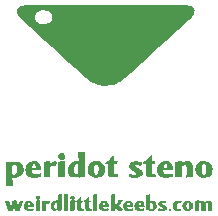
<source format=gto>
%TF.GenerationSoftware,KiCad,Pcbnew,(6.0.9)*%
%TF.CreationDate,2023-02-22T02:08:21+05:30*%
%TF.ProjectId,Peridot Steno,50657269-646f-4742-9053-74656e6f2e6b,rev?*%
%TF.SameCoordinates,Original*%
%TF.FileFunction,Legend,Top*%
%TF.FilePolarity,Positive*%
%FSLAX46Y46*%
G04 Gerber Fmt 4.6, Leading zero omitted, Abs format (unit mm)*
G04 Created by KiCad (PCBNEW (6.0.9)) date 2023-02-22 02:08:21*
%MOMM*%
%LPD*%
G01*
G04 APERTURE LIST*
%ADD10C,2.700000*%
G04 APERTURE END LIST*
%TO.C,G\u002A\u002A\u002A*%
G36*
X145255695Y-112778640D02*
G01*
X145348799Y-112693120D01*
X145436353Y-112652332D01*
X145601271Y-112625487D01*
X145740650Y-112642455D01*
X145852527Y-112701976D01*
X145934938Y-112802790D01*
X145985919Y-112943639D01*
X145997219Y-113012137D01*
X146012249Y-113139041D01*
X145752109Y-113139041D01*
X145628157Y-113140363D01*
X145548624Y-113146347D01*
X145506639Y-113160020D01*
X145495335Y-113184409D01*
X145507843Y-113222539D01*
X145517928Y-113242231D01*
X145572500Y-113293433D01*
X145660732Y-113320366D01*
X145770483Y-113321898D01*
X145889613Y-113296896D01*
X145932981Y-113280964D01*
X145964063Y-113279044D01*
X145983702Y-113312446D01*
X145993788Y-113356173D01*
X146001006Y-113421473D01*
X145996392Y-113462996D01*
X145994070Y-113466503D01*
X145958305Y-113477267D01*
X145884625Y-113484777D01*
X145786328Y-113488986D01*
X145676711Y-113489846D01*
X145569071Y-113487309D01*
X145476708Y-113481327D01*
X145412917Y-113471852D01*
X145402172Y-113468635D01*
X145286263Y-113403859D01*
X145205076Y-113305637D01*
X145154901Y-113169180D01*
X145149217Y-113141981D01*
X145148189Y-113016225D01*
X145173704Y-112932102D01*
X145491970Y-112932102D01*
X145500029Y-112966664D01*
X145533318Y-112981965D01*
X145594596Y-112985101D01*
X145661521Y-112980939D01*
X145691148Y-112963748D01*
X145697222Y-112932102D01*
X145681706Y-112853748D01*
X145641916Y-112798098D01*
X145594596Y-112779849D01*
X145541782Y-112802868D01*
X145504270Y-112861900D01*
X145491970Y-112932102D01*
X145173704Y-112932102D01*
X145186254Y-112890727D01*
X145255695Y-112778640D01*
G37*
G36*
X137153586Y-112956238D02*
G01*
X137154728Y-113093527D01*
X137157854Y-113218777D01*
X137162516Y-113319784D01*
X137168265Y-113384348D01*
X137169621Y-113392399D01*
X137185657Y-113472576D01*
X136805002Y-113472576D01*
X136806112Y-113051607D01*
X136807222Y-112630637D01*
X136897020Y-112615727D01*
X136986994Y-112604935D01*
X137070202Y-112600535D01*
X137153586Y-112600253D01*
X137153586Y-112956238D01*
G37*
G36*
X135136977Y-112629650D02*
G01*
X135163752Y-112674418D01*
X135189409Y-112735724D01*
X135221939Y-112829782D01*
X135255599Y-112939601D01*
X135266598Y-112978669D01*
X135293380Y-113071851D01*
X135314664Y-113137561D01*
X135327506Y-113167148D01*
X135329912Y-113164697D01*
X135336180Y-113123899D01*
X135351573Y-113046483D01*
X135373372Y-112945760D01*
X135386268Y-112888889D01*
X135440922Y-112651566D01*
X135578870Y-112651566D01*
X135669297Y-112656810D01*
X135711723Y-112672895D01*
X135715765Y-112683637D01*
X135707329Y-112717847D01*
X135684727Y-112791393D01*
X135650882Y-112895229D01*
X135608717Y-113020307D01*
X135581068Y-113100556D01*
X135447424Y-113485404D01*
X135253968Y-113492801D01*
X135060512Y-113500197D01*
X135012184Y-113306121D01*
X134987445Y-113217919D01*
X134964677Y-113156075D01*
X134947913Y-113131039D01*
X134944930Y-113131957D01*
X134928579Y-113165270D01*
X134904095Y-113233208D01*
X134877507Y-113318637D01*
X134829008Y-113485404D01*
X134636501Y-113492808D01*
X134443994Y-113500211D01*
X134323218Y-113107959D01*
X134282170Y-112972873D01*
X134247145Y-112854230D01*
X134220720Y-112761032D01*
X134205473Y-112702284D01*
X134202762Y-112687180D01*
X134225843Y-112672835D01*
X134284157Y-112657365D01*
X134361745Y-112643176D01*
X134442648Y-112632673D01*
X134510907Y-112628264D01*
X134550564Y-112632353D01*
X134553554Y-112634295D01*
X134563001Y-112663266D01*
X134576822Y-112727728D01*
X134588959Y-112795694D01*
X134608994Y-112901081D01*
X134632877Y-113005011D01*
X134646181Y-113053742D01*
X134678472Y-113160867D01*
X134739882Y-112893388D01*
X134801291Y-112625909D01*
X134883827Y-112625909D01*
X134971956Y-112620631D01*
X135044440Y-112610294D01*
X135101109Y-112605817D01*
X135136977Y-112629650D01*
G37*
G36*
X143437305Y-109053233D02*
G01*
X143432159Y-109303384D01*
X143572234Y-109310939D01*
X143712310Y-109318494D01*
X143660220Y-109572778D01*
X143410002Y-109572778D01*
X143418309Y-109947124D01*
X143421950Y-110093343D01*
X143426275Y-110197090D01*
X143432737Y-110267198D01*
X143442785Y-110312502D01*
X143457870Y-110341838D01*
X143479443Y-110364039D01*
X143487919Y-110371051D01*
X143558710Y-110406265D01*
X143603374Y-110405175D01*
X143668369Y-110386794D01*
X143699886Y-110378001D01*
X143725861Y-110380033D01*
X143741106Y-110411116D01*
X143750012Y-110481510D01*
X143751199Y-110497948D01*
X143752460Y-110575162D01*
X143745907Y-110628910D01*
X143738705Y-110642859D01*
X143705417Y-110649395D01*
X143632817Y-110656426D01*
X143532885Y-110662947D01*
X143456483Y-110666535D01*
X143316741Y-110669468D01*
X143215956Y-110664556D01*
X143142232Y-110650812D01*
X143104611Y-110637298D01*
X143041389Y-110604623D01*
X142993552Y-110564138D01*
X142958793Y-110508512D01*
X142934802Y-110430417D01*
X142919271Y-110322525D01*
X142909890Y-110177505D01*
X142904656Y-110002526D01*
X142895483Y-109572778D01*
X142795443Y-109572778D01*
X142731298Y-109570169D01*
X142702877Y-109552443D01*
X142695632Y-109504750D01*
X142695404Y-109470673D01*
X142699697Y-109405790D01*
X142720986Y-109365026D01*
X142771890Y-109330005D01*
X142803300Y-109313524D01*
X142891201Y-109257107D01*
X142995441Y-109173248D01*
X143101433Y-109075451D01*
X143194587Y-108977222D01*
X143260317Y-108892064D01*
X143262723Y-108888227D01*
X143318487Y-108823012D01*
X143378899Y-108803081D01*
X143442452Y-108803081D01*
X143437305Y-109053233D01*
G37*
G36*
X140078785Y-112978687D02*
G01*
X140079931Y-113117389D01*
X140082844Y-113241536D01*
X140087130Y-113340272D01*
X140092394Y-113402742D01*
X140094605Y-113414849D01*
X140099917Y-113444297D01*
X140089584Y-113461518D01*
X140053670Y-113469789D01*
X139982239Y-113472382D01*
X139919454Y-113472576D01*
X139728832Y-113472576D01*
X139730451Y-113051592D01*
X139732071Y-112630609D01*
X139821869Y-112615713D01*
X139911845Y-112604931D01*
X139995051Y-112600535D01*
X140078434Y-112600253D01*
X140078785Y-112978687D01*
G37*
G36*
X147120207Y-109697449D02*
G01*
X147211272Y-109540982D01*
X147340303Y-109414460D01*
X147427290Y-109359254D01*
X147486086Y-109332339D01*
X147549724Y-109315524D01*
X147632289Y-109306641D01*
X147747865Y-109303521D01*
X147790106Y-109303384D01*
X147910636Y-109304435D01*
X147993726Y-109309406D01*
X148053236Y-109321025D01*
X148103024Y-109342022D01*
X148156951Y-109375124D01*
X148157988Y-109375810D01*
X148263407Y-109475939D01*
X148341245Y-109617114D01*
X148389999Y-109796186D01*
X148401936Y-109887071D01*
X148418247Y-110060253D01*
X148007028Y-110060253D01*
X147853438Y-110060528D01*
X147743776Y-110061984D01*
X147670654Y-110065564D01*
X147626687Y-110072214D01*
X147604490Y-110082877D01*
X147596675Y-110098499D01*
X147595808Y-110112840D01*
X147618008Y-110205723D01*
X147675835Y-110294376D01*
X147756130Y-110358660D01*
X147756596Y-110358902D01*
X147865500Y-110392403D01*
X147997905Y-110399663D01*
X148133563Y-110381252D01*
X148237266Y-110345381D01*
X148303083Y-110315281D01*
X148346117Y-110298816D01*
X148354654Y-110297753D01*
X148360744Y-110324450D01*
X148370339Y-110386939D01*
X148378404Y-110448236D01*
X148396255Y-110592482D01*
X148271839Y-110636763D01*
X148148518Y-110667284D01*
X147994230Y-110686202D01*
X147828139Y-110692869D01*
X147669407Y-110686641D01*
X147537199Y-110666872D01*
X147518838Y-110662145D01*
X147353109Y-110592431D01*
X147223358Y-110486477D01*
X147130639Y-110345639D01*
X147076007Y-110171272D01*
X147063701Y-110077064D01*
X147069957Y-109880657D01*
X147593483Y-109880657D01*
X147929343Y-109880657D01*
X147929343Y-109779701D01*
X147916617Y-109657111D01*
X147880048Y-109573451D01*
X147822055Y-109531936D01*
X147745852Y-109535530D01*
X147691893Y-109577298D01*
X147645712Y-109660411D01*
X147612683Y-109774957D01*
X147610903Y-109784445D01*
X147593483Y-109880657D01*
X147069957Y-109880657D01*
X147070039Y-109878073D01*
X147120207Y-109697449D01*
G37*
G36*
X145429825Y-109319249D02*
G01*
X145546060Y-109327121D01*
X145654977Y-109338579D01*
X145745322Y-109352228D01*
X145805840Y-109366673D01*
X145825505Y-109379287D01*
X145816031Y-109404599D01*
X145792122Y-109461243D01*
X145760549Y-109533826D01*
X145728084Y-109606955D01*
X145701498Y-109665234D01*
X145687562Y-109693271D01*
X145687177Y-109693767D01*
X145663487Y-109686297D01*
X145608035Y-109661209D01*
X145556918Y-109636040D01*
X145428395Y-109585170D01*
X145325686Y-109576552D01*
X145250346Y-109606545D01*
X145214045Y-109645653D01*
X145213989Y-109687180D01*
X145253178Y-109734618D01*
X145334611Y-109791461D01*
X145461288Y-109861203D01*
X145475118Y-109868286D01*
X145618002Y-109946240D01*
X145719222Y-110015497D01*
X145785932Y-110083176D01*
X145825283Y-110156394D01*
X145843484Y-110234860D01*
X145836670Y-110363778D01*
X145784792Y-110480908D01*
X145693926Y-110578671D01*
X145570149Y-110649488D01*
X145491455Y-110673928D01*
X145375515Y-110690422D01*
X145225602Y-110696848D01*
X145058049Y-110693261D01*
X144889188Y-110679718D01*
X144825850Y-110671657D01*
X144739574Y-110658122D01*
X144676081Y-110645877D01*
X144650031Y-110637978D01*
X144652481Y-110610533D01*
X144668476Y-110548093D01*
X144694571Y-110464077D01*
X144695056Y-110462619D01*
X144750082Y-110297264D01*
X144888986Y-110372497D01*
X145007764Y-110424333D01*
X145116017Y-110448952D01*
X145206479Y-110447638D01*
X145271886Y-110421673D01*
X145304973Y-110372341D01*
X145298474Y-110300925D01*
X145298226Y-110300221D01*
X145271779Y-110258487D01*
X145216721Y-110211305D01*
X145126214Y-110153565D01*
X145030152Y-110099821D01*
X144918262Y-110037649D01*
X144842004Y-109989254D01*
X144790885Y-109945927D01*
X144754413Y-109898957D01*
X144725869Y-109847229D01*
X144682686Y-109720082D01*
X144688603Y-109605496D01*
X144744244Y-109499208D01*
X144783227Y-109455379D01*
X144855849Y-109396435D01*
X144942534Y-109355697D01*
X145053248Y-109330573D01*
X145197956Y-109318471D01*
X145317525Y-109316356D01*
X145429825Y-109319249D01*
G37*
G36*
X149810835Y-109300021D02*
G01*
X149906133Y-109345886D01*
X149992726Y-109424895D01*
X150052715Y-109519711D01*
X150060999Y-109542357D01*
X150070962Y-109597239D01*
X150081220Y-109693655D01*
X150091031Y-109821834D01*
X150099653Y-109972007D01*
X150106346Y-110134403D01*
X150106649Y-110143677D01*
X150122980Y-110650435D01*
X149930556Y-110650677D01*
X149820177Y-110653011D01*
X149715941Y-110658897D01*
X149640580Y-110667039D01*
X149543029Y-110683159D01*
X149560846Y-110261281D01*
X149567099Y-110064180D01*
X149566479Y-109912289D01*
X149557999Y-109799844D01*
X149540673Y-109721080D01*
X149513512Y-109670232D01*
X149475530Y-109641537D01*
X149453418Y-109634002D01*
X149368893Y-109634920D01*
X149276530Y-109668773D01*
X149198932Y-109727188D01*
X149197471Y-109728787D01*
X149181467Y-109751459D01*
X149170355Y-109783577D01*
X149163645Y-109832994D01*
X149160849Y-109907562D01*
X149161477Y-110015133D01*
X149165040Y-110163561D01*
X149166749Y-110221934D01*
X149180094Y-110666387D01*
X148609242Y-110663985D01*
X148609242Y-110001849D01*
X148609383Y-109800595D01*
X148610107Y-109644738D01*
X148611865Y-109528363D01*
X148615108Y-109445552D01*
X148620289Y-109390392D01*
X148627859Y-109356965D01*
X148638270Y-109339357D01*
X148651972Y-109331651D01*
X148660556Y-109329591D01*
X148708868Y-109323352D01*
X148793020Y-109315523D01*
X148897623Y-109307481D01*
X148936364Y-109304863D01*
X149160859Y-109290257D01*
X149160859Y-109369514D01*
X149166154Y-109421266D01*
X149179011Y-109439342D01*
X149180101Y-109438910D01*
X149370599Y-109355275D01*
X149548886Y-109304302D01*
X149706819Y-109287784D01*
X149810835Y-109300021D01*
G37*
G36*
X139257424Y-110663182D02*
G01*
X138698676Y-110663182D01*
X138702242Y-110004656D01*
X138703686Y-109826139D01*
X138705902Y-109665107D01*
X138708719Y-109528501D01*
X138711969Y-109423259D01*
X138715481Y-109356319D01*
X138718636Y-109334621D01*
X138748066Y-109328226D01*
X138817315Y-109320095D01*
X138914974Y-109311427D01*
X138994444Y-109305660D01*
X139257424Y-109288207D01*
X139257424Y-110663182D01*
G37*
G36*
X137061416Y-112232387D02*
G01*
X137127286Y-112281583D01*
X137152966Y-112360359D01*
X137153193Y-112371364D01*
X137140122Y-112446821D01*
X137093852Y-112498693D01*
X137059060Y-112519442D01*
X136967975Y-112546994D01*
X136882453Y-112526218D01*
X136836339Y-112495764D01*
X136780490Y-112425921D01*
X136774428Y-112345725D01*
X136808677Y-112272426D01*
X136851209Y-112232963D01*
X136916238Y-112216891D01*
X136958640Y-112215404D01*
X137061416Y-112232387D01*
G37*
G36*
X142203186Y-112807040D02*
G01*
X142285725Y-112718971D01*
X142320429Y-112691636D01*
X142371865Y-112662035D01*
X142436804Y-112645622D01*
X142530880Y-112639214D01*
X142580069Y-112638738D01*
X142680496Y-112640492D01*
X142745861Y-112648805D01*
X142792379Y-112668250D01*
X142836263Y-112703401D01*
X142847752Y-112714249D01*
X142927507Y-112825062D01*
X142970634Y-112965844D01*
X142977483Y-113055657D01*
X142977626Y-113139041D01*
X142721061Y-113139041D01*
X142613358Y-113140121D01*
X142527920Y-113143033D01*
X142475606Y-113147285D01*
X142464495Y-113150662D01*
X142474000Y-113180020D01*
X142494234Y-113227553D01*
X142548689Y-113289170D01*
X142636586Y-113321390D01*
X142748478Y-113322989D01*
X142874920Y-113292743D01*
X142905757Y-113280868D01*
X142939151Y-113279614D01*
X142962671Y-113316164D01*
X142972747Y-113348467D01*
X142983059Y-113412394D01*
X142977142Y-113454728D01*
X142975350Y-113457176D01*
X142942213Y-113468092D01*
X142869987Y-113478688D01*
X142770883Y-113487438D01*
X142703108Y-113491189D01*
X142581989Y-113495105D01*
X142497298Y-113493008D01*
X142434310Y-113482942D01*
X142378298Y-113462952D01*
X142336212Y-113442448D01*
X142232245Y-113370618D01*
X142167703Y-113278827D01*
X142138416Y-113158712D01*
X142137185Y-113043105D01*
X142152227Y-112939497D01*
X142464495Y-112939497D01*
X142474279Y-112968352D01*
X142511742Y-112981951D01*
X142580438Y-112985101D01*
X142651116Y-112983300D01*
X142682490Y-112972275D01*
X142686562Y-112943601D01*
X142680922Y-112914546D01*
X142661853Y-112836282D01*
X142643812Y-112796084D01*
X142618856Y-112781497D01*
X142595038Y-112779849D01*
X142540835Y-112801912D01*
X142492662Y-112855482D01*
X142465999Y-112921629D01*
X142464495Y-112939497D01*
X142152227Y-112939497D01*
X142156581Y-112909506D01*
X142203186Y-112807040D01*
G37*
G36*
X140000825Y-112233586D02*
G01*
X140066574Y-112280829D01*
X140099472Y-112346179D01*
X140094470Y-112418683D01*
X140046519Y-112487386D01*
X140036490Y-112495764D01*
X139944716Y-112542210D01*
X139851976Y-112537447D01*
X139809040Y-112518282D01*
X139746395Y-112468988D01*
X139721758Y-112404003D01*
X139719635Y-112366906D01*
X139741656Y-112289129D01*
X139803639Y-112236608D01*
X139897900Y-112215545D01*
X139907273Y-112215404D01*
X140000825Y-112233586D01*
G37*
G36*
X149276137Y-112796614D02*
G01*
X149370555Y-112710207D01*
X149417033Y-112683637D01*
X149552044Y-112638235D01*
X149694635Y-112629179D01*
X149832649Y-112653819D01*
X149953928Y-112709508D01*
X150046314Y-112793595D01*
X150067359Y-112825315D01*
X150104538Y-112929637D01*
X150117780Y-113056650D01*
X150107020Y-113184225D01*
X150072190Y-113290232D01*
X150068775Y-113296401D01*
X149990997Y-113384878D01*
X149878279Y-113452234D01*
X149745057Y-113491322D01*
X149661162Y-113498233D01*
X149501681Y-113474346D01*
X149417033Y-113440505D01*
X149304945Y-113361566D01*
X149234857Y-113257300D01*
X149203973Y-113122741D01*
X149201978Y-113058708D01*
X149209198Y-113002806D01*
X149544474Y-113002806D01*
X149544761Y-113108756D01*
X149558402Y-113206313D01*
X149584975Y-113277692D01*
X149596438Y-113292398D01*
X149657258Y-113327295D01*
X149714250Y-113312250D01*
X149751672Y-113265992D01*
X149767837Y-113205458D01*
X149775264Y-113113811D01*
X149774175Y-113010463D01*
X149764793Y-112914826D01*
X149747341Y-112846312D01*
X149746841Y-112845198D01*
X149702941Y-112791723D01*
X149648191Y-112785554D01*
X149592839Y-112827221D01*
X149585647Y-112836871D01*
X149557962Y-112906249D01*
X149544474Y-113002806D01*
X149209198Y-113002806D01*
X149221082Y-112910798D01*
X149276137Y-112796614D01*
G37*
G36*
X135846920Y-112798088D02*
G01*
X135943421Y-112705229D01*
X136065382Y-112650950D01*
X136224997Y-112626991D01*
X136363124Y-112647528D01*
X136475362Y-112709317D01*
X136557311Y-112809117D01*
X136604571Y-112943685D01*
X136614655Y-113055657D01*
X136614798Y-113139041D01*
X136358232Y-113139041D01*
X136250537Y-113141103D01*
X136165101Y-113146665D01*
X136112784Y-113154786D01*
X136101667Y-113161237D01*
X136121650Y-113209663D01*
X136170083Y-113264540D01*
X136229691Y-113309031D01*
X136269911Y-113325199D01*
X136359582Y-113326578D01*
X136468706Y-113305996D01*
X136542928Y-113280868D01*
X136576323Y-113279614D01*
X136599842Y-113316164D01*
X136609919Y-113348467D01*
X136620231Y-113412394D01*
X136614314Y-113454728D01*
X136612522Y-113457176D01*
X136579385Y-113468092D01*
X136507159Y-113478688D01*
X136408054Y-113487438D01*
X136340279Y-113491189D01*
X136219161Y-113495105D01*
X136134470Y-113493008D01*
X136071481Y-113482942D01*
X136015470Y-113462952D01*
X135973384Y-113442448D01*
X135863614Y-113360960D01*
X135795739Y-113250790D01*
X135768762Y-113110193D01*
X135768171Y-113082984D01*
X135786191Y-112939497D01*
X136101667Y-112939497D01*
X136111323Y-112968196D01*
X136148384Y-112981823D01*
X136219160Y-112985101D01*
X136336653Y-112985101D01*
X136318769Y-112901718D01*
X136300354Y-112828094D01*
X136280257Y-112792071D01*
X136248918Y-112780540D01*
X136229890Y-112779849D01*
X136177476Y-112801818D01*
X136130214Y-112855007D01*
X136103422Y-112920344D01*
X136101667Y-112939497D01*
X135786191Y-112939497D01*
X135788054Y-112924659D01*
X135846920Y-112798088D01*
G37*
G36*
X141290872Y-112306225D02*
G01*
X141305821Y-112357191D01*
X141309945Y-112454410D01*
X141309950Y-112459142D01*
X141309950Y-112625909D01*
X141399748Y-112625909D01*
X141460079Y-112630200D01*
X141484825Y-112651964D01*
X141489546Y-112702879D01*
X141483188Y-112757397D01*
X141453200Y-112777491D01*
X141412576Y-112779849D01*
X141335606Y-112779849D01*
X141335606Y-113020445D01*
X141338812Y-113153213D01*
X141350570Y-113241518D01*
X141374092Y-113291929D01*
X141412588Y-113311016D01*
X141469271Y-113305351D01*
X141474263Y-113304132D01*
X141518750Y-113297447D01*
X141537158Y-113316494D01*
X141540856Y-113373757D01*
X141540859Y-113377252D01*
X141528808Y-113451983D01*
X141500275Y-113482659D01*
X141452372Y-113490599D01*
X141371559Y-113494940D01*
X141275871Y-113495746D01*
X141183339Y-113493085D01*
X141111996Y-113487022D01*
X141085161Y-113481143D01*
X141044877Y-113449495D01*
X141015083Y-113387616D01*
X140994147Y-113289415D01*
X140980441Y-113148807D01*
X140976414Y-113074899D01*
X140963586Y-112792677D01*
X140893030Y-112784559D01*
X140835318Y-112763052D01*
X140819407Y-112722327D01*
X140843847Y-112670772D01*
X140907187Y-112616778D01*
X140923784Y-112606772D01*
X140996053Y-112555068D01*
X141078439Y-112481031D01*
X141135253Y-112420775D01*
X141210170Y-112339023D01*
X141260516Y-112300504D01*
X141290872Y-112306225D01*
G37*
G36*
X138025909Y-109479097D02*
G01*
X138083636Y-109426312D01*
X138216526Y-109336942D01*
X138365738Y-109293995D01*
X138423117Y-109290556D01*
X138498776Y-109295924D01*
X138542664Y-109317399D01*
X138557870Y-109363032D01*
X138547482Y-109440876D01*
X138519663Y-109542288D01*
X138489203Y-109634609D01*
X138463980Y-109685909D01*
X138438414Y-109705326D01*
X138420099Y-109705389D01*
X138308432Y-109687382D01*
X138232050Y-109680932D01*
X138176291Y-109685841D01*
X138127633Y-109701435D01*
X138069464Y-109739950D01*
X138037159Y-109788013D01*
X138037130Y-109788129D01*
X138032889Y-109831816D01*
X138030156Y-109916656D01*
X138029065Y-110032506D01*
X138029747Y-110169223D01*
X138031042Y-110255949D01*
X138038737Y-110668853D01*
X137754056Y-110666018D01*
X137469375Y-110663182D01*
X137471834Y-110002247D01*
X137472958Y-109797671D01*
X137474852Y-109638787D01*
X137477859Y-109519976D01*
X137482321Y-109435617D01*
X137488582Y-109380091D01*
X137496983Y-109347780D01*
X137507868Y-109333062D01*
X137512778Y-109330899D01*
X137554362Y-109324549D01*
X137633329Y-109316305D01*
X137735853Y-109307534D01*
X137788586Y-109303596D01*
X138025909Y-109286704D01*
X138025909Y-109479097D01*
G37*
G36*
X138155621Y-112782214D02*
G01*
X138252502Y-112689321D01*
X138388127Y-112630046D01*
X138528671Y-112606417D01*
X138695545Y-112593022D01*
X138678202Y-112356753D01*
X138660859Y-112120485D01*
X138744268Y-112103803D01*
X138830730Y-112092056D01*
X138922126Y-112087122D01*
X139017747Y-112087122D01*
X138994413Y-112260303D01*
X138987531Y-112340831D01*
X138982351Y-112461235D01*
X138979117Y-112610100D01*
X138978074Y-112776010D01*
X138979466Y-112947550D01*
X138979555Y-112953049D01*
X138982077Y-113129854D01*
X138982803Y-113261777D01*
X138981328Y-113355230D01*
X138977247Y-113416623D01*
X138970153Y-113452369D01*
X138959642Y-113468880D01*
X138946712Y-113472594D01*
X138897105Y-113475948D01*
X138820580Y-113484420D01*
X138786359Y-113488892D01*
X138712965Y-113496113D01*
X138677399Y-113489590D01*
X138667391Y-113466676D01*
X138667323Y-113463235D01*
X138659797Y-113429589D01*
X138630892Y-113427317D01*
X138571123Y-113456098D01*
X138564697Y-113459748D01*
X138458922Y-113493101D01*
X138341088Y-113487364D01*
X138236032Y-113446262D01*
X138150319Y-113366113D01*
X138097868Y-113249531D01*
X138077893Y-113094643D01*
X138077644Y-113069309D01*
X138081829Y-113035264D01*
X138365203Y-113035264D01*
X138366792Y-113141267D01*
X138390723Y-113230352D01*
X138433377Y-113293900D01*
X138491137Y-113323295D01*
X138554156Y-113312926D01*
X138584168Y-113296790D01*
X138602445Y-113274406D01*
X138611373Y-113234678D01*
X138613342Y-113166511D01*
X138610739Y-113058809D01*
X138610499Y-113051127D01*
X138603182Y-112818334D01*
X138513496Y-112818334D01*
X138454657Y-112823315D01*
X138420773Y-112847574D01*
X138394968Y-112905086D01*
X138389574Y-112920960D01*
X138365203Y-113035264D01*
X138081829Y-113035264D01*
X138097372Y-112908838D01*
X138155621Y-112782214D01*
G37*
G36*
X139500786Y-109930481D02*
G01*
X139509405Y-109876463D01*
X139562969Y-109686120D01*
X139651925Y-109532904D01*
X139776123Y-109416933D01*
X139935411Y-109338324D01*
X140129639Y-109297195D01*
X140261467Y-109290556D01*
X140436343Y-109290556D01*
X140425395Y-109220000D01*
X140419977Y-109167009D01*
X140413452Y-109075815D01*
X140406664Y-108959491D01*
X140400784Y-108838647D01*
X140387122Y-108527850D01*
X140610662Y-108509712D01*
X140721876Y-108499729D01*
X140821315Y-108489108D01*
X140891924Y-108479722D01*
X140905308Y-108477353D01*
X140976414Y-108463132D01*
X140976414Y-110650354D01*
X140880202Y-110650536D01*
X140802824Y-110653130D01*
X140699272Y-110659682D01*
X140610808Y-110667075D01*
X140437626Y-110683431D01*
X140437626Y-110615579D01*
X140434274Y-110565560D01*
X140427346Y-110547728D01*
X140400449Y-110557690D01*
X140341241Y-110583516D01*
X140279820Y-110611618D01*
X140112511Y-110665233D01*
X139950228Y-110668756D01*
X139806062Y-110626927D01*
X139689332Y-110549465D01*
X139600011Y-110433850D01*
X139535434Y-110276330D01*
X139522178Y-110227279D01*
X139498931Y-110117752D01*
X139496248Y-110082370D01*
X140010229Y-110082370D01*
X140039403Y-110223773D01*
X140096498Y-110334000D01*
X140119129Y-110359846D01*
X140177113Y-110400945D01*
X140239892Y-110404571D01*
X140319613Y-110370125D01*
X140354926Y-110348207D01*
X140377939Y-110331073D01*
X140393734Y-110309134D01*
X140403435Y-110273641D01*
X140408165Y-110215844D01*
X140409046Y-110126993D01*
X140407201Y-109998338D01*
X140406239Y-109948398D01*
X140399141Y-109586775D01*
X140328586Y-109561996D01*
X140232079Y-109550569D01*
X140149245Y-109586267D01*
X140082726Y-109666104D01*
X140035167Y-109787090D01*
X140011580Y-109920436D01*
X140010229Y-110082370D01*
X139496248Y-110082370D01*
X139492142Y-110028231D01*
X139500786Y-109930481D01*
G37*
G36*
X150330645Y-109796146D02*
G01*
X150391947Y-109626720D01*
X150491324Y-109489837D01*
X150626491Y-109387499D01*
X150795163Y-109321708D01*
X150995053Y-109294468D01*
X151108577Y-109296082D01*
X151308475Y-109327985D01*
X151473136Y-109397064D01*
X151601601Y-109502312D01*
X151692914Y-109642724D01*
X151746118Y-109817293D01*
X151760606Y-109981518D01*
X151742372Y-110184421D01*
X151684217Y-110355418D01*
X151587430Y-110493174D01*
X151453305Y-110596350D01*
X151283132Y-110663611D01*
X151078205Y-110693618D01*
X151072273Y-110693896D01*
X150933789Y-110694646D01*
X150823541Y-110681011D01*
X150730594Y-110654389D01*
X150572512Y-110573019D01*
X150449842Y-110455710D01*
X150364409Y-110305316D01*
X150318038Y-110124693D01*
X150312151Y-110033873D01*
X150837712Y-110033873D01*
X150851610Y-110169025D01*
X150881739Y-110285691D01*
X150928099Y-110370671D01*
X150944429Y-110387374D01*
X150995652Y-110426524D01*
X151031674Y-110444904D01*
X151033788Y-110445101D01*
X151066949Y-110429611D01*
X151117215Y-110391867D01*
X151122407Y-110387374D01*
X151170950Y-110316558D01*
X151206239Y-110209196D01*
X151227393Y-110078543D01*
X151233530Y-109937853D01*
X151223769Y-109800379D01*
X151197227Y-109679376D01*
X151173379Y-109621151D01*
X151116137Y-109552437D01*
X151044915Y-109528638D01*
X150970182Y-109551985D01*
X150944428Y-109572367D01*
X150893403Y-109649480D01*
X150858608Y-109760901D01*
X150840045Y-109893432D01*
X150837712Y-110033873D01*
X150312151Y-110033873D01*
X150309703Y-109996112D01*
X150330645Y-109796146D01*
G37*
G36*
X141281438Y-109626664D02*
G01*
X141381802Y-109489626D01*
X141517857Y-109387243D01*
X141687314Y-109321512D01*
X141887885Y-109294427D01*
X142000497Y-109296082D01*
X142173178Y-109319322D01*
X142312791Y-109369946D01*
X142432956Y-109454047D01*
X142496935Y-109518153D01*
X142575532Y-109628715D01*
X142624171Y-109758216D01*
X142646494Y-109918142D01*
X142648900Y-109997485D01*
X142626972Y-110183329D01*
X142561928Y-110350755D01*
X142458219Y-110492509D01*
X142320291Y-110601339D01*
X142259242Y-110632818D01*
X142118485Y-110675733D01*
X141953314Y-110694853D01*
X141785149Y-110689453D01*
X141635410Y-110658811D01*
X141622260Y-110654326D01*
X141460749Y-110572238D01*
X141336413Y-110455510D01*
X141250618Y-110306255D01*
X141204732Y-110126587D01*
X141196940Y-109996724D01*
X141198905Y-109978917D01*
X141725537Y-109978917D01*
X141731648Y-110108464D01*
X141752856Y-110248185D01*
X141786260Y-110344618D01*
X141836296Y-110405199D01*
X141907399Y-110437364D01*
X141930691Y-110442125D01*
X141960228Y-110428966D01*
X142008813Y-110392863D01*
X142015256Y-110387374D01*
X142063226Y-110317185D01*
X142096492Y-110210896D01*
X142114765Y-110081654D01*
X142117757Y-109942606D01*
X142105177Y-109806900D01*
X142076736Y-109687683D01*
X142032613Y-109598729D01*
X141970625Y-109540892D01*
X141909553Y-109529117D01*
X141852471Y-109558195D01*
X141802455Y-109622922D01*
X141762577Y-109718088D01*
X141735913Y-109838489D01*
X141725537Y-109978917D01*
X141198905Y-109978917D01*
X141219055Y-109796362D01*
X141281438Y-109626664D01*
G37*
G36*
X148978494Y-112641082D02*
G01*
X149062095Y-112647258D01*
X149112752Y-112655983D01*
X149115360Y-112656945D01*
X149142578Y-112672486D01*
X149144626Y-112697313D01*
X149121505Y-112747808D01*
X149115360Y-112759571D01*
X149084720Y-112817490D01*
X149065758Y-112852466D01*
X149064219Y-112855108D01*
X149043576Y-112849862D01*
X149027017Y-112835866D01*
X148982453Y-112815530D01*
X148913275Y-112805678D01*
X148903138Y-112805505D01*
X148809327Y-112824495D01*
X148746226Y-112882838D01*
X148711924Y-112982590D01*
X148707428Y-113016131D01*
X148716041Y-113136614D01*
X148763108Y-113234810D01*
X148841067Y-113303116D01*
X148942354Y-113333931D01*
X149019499Y-113329819D01*
X149077432Y-113323729D01*
X149104320Y-113342469D01*
X149116600Y-113386831D01*
X149122917Y-113445799D01*
X149118500Y-113478844D01*
X149088916Y-113488044D01*
X149021396Y-113494881D01*
X148929306Y-113498124D01*
X148908215Y-113498233D01*
X148784589Y-113493862D01*
X148691988Y-113478320D01*
X148610679Y-113447966D01*
X148595436Y-113440505D01*
X148492147Y-113370185D01*
X148427883Y-113279060D01*
X148398634Y-113159084D01*
X148397387Y-113043105D01*
X148423150Y-112892435D01*
X148482703Y-112778331D01*
X148578029Y-112699126D01*
X148711111Y-112653154D01*
X148878636Y-112638738D01*
X148978494Y-112641082D01*
G37*
G36*
X146124276Y-112611854D02*
G01*
X146121493Y-112455357D01*
X146119370Y-112323924D01*
X146118012Y-112224498D01*
X146117526Y-112164022D01*
X146117821Y-112148357D01*
X146142628Y-112144602D01*
X146205222Y-112137491D01*
X146292307Y-112128530D01*
X146296607Y-112128106D01*
X146472659Y-112110761D01*
X146435159Y-112684803D01*
X146495938Y-112666548D01*
X146657632Y-112633179D01*
X146788438Y-112640358D01*
X146889652Y-112689010D01*
X146962566Y-112780065D01*
X147008476Y-112914449D01*
X147026133Y-113046537D01*
X147025421Y-113192853D01*
X146996598Y-113302576D01*
X146935594Y-113384447D01*
X146839870Y-113446469D01*
X146728406Y-113480865D01*
X146587537Y-113496034D01*
X146435581Y-113491609D01*
X146290856Y-113467220D01*
X146258629Y-113458169D01*
X146140137Y-113421679D01*
X146135917Y-113207638D01*
X146495643Y-113207638D01*
X146497511Y-113281655D01*
X146505138Y-113323837D01*
X146519967Y-113343883D01*
X146536571Y-113350200D01*
X146617414Y-113344595D01*
X146681923Y-113297515D01*
X146713110Y-113231709D01*
X146727554Y-113123470D01*
X146726907Y-113012395D01*
X146712039Y-112919178D01*
X146698483Y-112883699D01*
X146661411Y-112843470D01*
X146600389Y-112835024D01*
X146587083Y-112836078D01*
X146505404Y-112843990D01*
X146498086Y-113092086D01*
X146495643Y-113207638D01*
X146135917Y-113207638D01*
X146127612Y-112786471D01*
X146124276Y-112611854D01*
G37*
G36*
X147628146Y-112633075D02*
G01*
X147723091Y-112639295D01*
X147799107Y-112648025D01*
X147841361Y-112658516D01*
X147844270Y-112660566D01*
X147845233Y-112690024D01*
X147834090Y-112750547D01*
X147826887Y-112779216D01*
X147807518Y-112845063D01*
X147789523Y-112869712D01*
X147760986Y-112861528D01*
X147733986Y-112844428D01*
X147664012Y-112814956D01*
X147592362Y-112809143D01*
X147534702Y-112825256D01*
X147506695Y-112861563D01*
X147506010Y-112869647D01*
X147528331Y-112916813D01*
X147597495Y-112966323D01*
X147621465Y-112978918D01*
X147743443Y-113046095D01*
X147823697Y-113106216D01*
X147869898Y-113166125D01*
X147886997Y-113215943D01*
X147884224Y-113317817D01*
X147839403Y-113405387D01*
X147760359Y-113464490D01*
X147746699Y-113469795D01*
X147682710Y-113482173D01*
X147584059Y-113490415D01*
X147467254Y-113494216D01*
X147348802Y-113493275D01*
X147245210Y-113487290D01*
X147190601Y-113479980D01*
X147157799Y-113469899D01*
X147144745Y-113448641D01*
X147151307Y-113405141D01*
X147177349Y-113328336D01*
X147188401Y-113298588D01*
X147208812Y-113258830D01*
X147237422Y-113258960D01*
X147268359Y-113276827D01*
X147346910Y-113313185D01*
X147430210Y-113331907D01*
X147497782Y-113329246D01*
X147514949Y-113321931D01*
X147542952Y-113281359D01*
X147525413Y-113229899D01*
X147465484Y-113172845D01*
X147403064Y-113134059D01*
X147319318Y-113082324D01*
X147246266Y-113026262D01*
X147217374Y-112997931D01*
X147168847Y-112909297D01*
X147165958Y-112818923D01*
X147204347Y-112736607D01*
X147279652Y-112672146D01*
X147378050Y-112636984D01*
X147440794Y-112631170D01*
X147529103Y-112630117D01*
X147628146Y-112633075D01*
G37*
G36*
X137615404Y-112763137D02*
G01*
X137679231Y-112703175D01*
X137758923Y-112655022D01*
X137851620Y-112640975D01*
X137925720Y-112646836D01*
X137964889Y-112674303D01*
X137974814Y-112732430D01*
X137963358Y-112818880D01*
X137948935Y-112875540D01*
X137924085Y-112892850D01*
X137871324Y-112882287D01*
X137868138Y-112881376D01*
X137782046Y-112873823D01*
X137711426Y-112898719D01*
X137633946Y-112938785D01*
X137647568Y-113205681D01*
X137661190Y-113472576D01*
X137311137Y-113472576D01*
X137302917Y-113068485D01*
X137300119Y-112930759D01*
X137297730Y-112812808D01*
X137295926Y-112723370D01*
X137294883Y-112671185D01*
X137294697Y-112661381D01*
X137317942Y-112657285D01*
X137378593Y-112649577D01*
X137455051Y-112640864D01*
X137615404Y-112623361D01*
X137615404Y-112763137D01*
G37*
G36*
X150594692Y-112619737D02*
G01*
X150597626Y-112648359D01*
X150598919Y-112685802D01*
X150611265Y-112698987D01*
X150647365Y-112689741D01*
X150709124Y-112664394D01*
X150834808Y-112630547D01*
X150954489Y-112632016D01*
X151053394Y-112668188D01*
X151069148Y-112679349D01*
X151137086Y-112732788D01*
X151253960Y-112676210D01*
X151356803Y-112637722D01*
X151455742Y-112630127D01*
X151489936Y-112633056D01*
X151565119Y-112646630D01*
X151622359Y-112672478D01*
X151664307Y-112717042D01*
X151693615Y-112786769D01*
X151712936Y-112888100D01*
X151724922Y-113027481D01*
X151732226Y-113211356D01*
X151732533Y-113222445D01*
X151739343Y-113472616D01*
X151368903Y-113472576D01*
X151354495Y-112843990D01*
X151288157Y-112836279D01*
X151236176Y-112836857D01*
X151200255Y-112857319D01*
X151178021Y-112904557D01*
X151167102Y-112985458D01*
X151165126Y-113106914D01*
X151166851Y-113188589D01*
X151174899Y-113472681D01*
X150988889Y-113472628D01*
X150802879Y-113472576D01*
X150802879Y-113163892D01*
X150801315Y-113020320D01*
X150794586Y-112921584D01*
X150779633Y-112861248D01*
X150753398Y-112832879D01*
X150712823Y-112830041D01*
X150654849Y-112846301D01*
X150652351Y-112847178D01*
X150584798Y-112870987D01*
X150584798Y-113472634D01*
X150238434Y-113472576D01*
X150238434Y-112625909D01*
X150337854Y-112625909D01*
X150428171Y-112621502D01*
X150512649Y-112610801D01*
X150517450Y-112609874D01*
X150573047Y-112603393D01*
X150594692Y-112619737D01*
G37*
G36*
X140605774Y-112315774D02*
G01*
X140614176Y-112377000D01*
X140617222Y-112459142D01*
X140617222Y-112625909D01*
X140715405Y-112625909D01*
X140778742Y-112628723D01*
X140804076Y-112644841D01*
X140804686Y-112685777D01*
X140802503Y-112701436D01*
X140782972Y-112759165D01*
X140737781Y-112782710D01*
X140723563Y-112784819D01*
X140691157Y-112790550D01*
X140670764Y-112805458D01*
X140659081Y-112839845D01*
X140652805Y-112904012D01*
X140648634Y-113008263D01*
X140648257Y-113019709D01*
X140647016Y-113150571D01*
X140655769Y-113237555D01*
X140677958Y-113287680D01*
X140717026Y-113307960D01*
X140776415Y-113305414D01*
X140787470Y-113303463D01*
X140873642Y-113287297D01*
X140856852Y-113373522D01*
X140837762Y-113437572D01*
X140813961Y-113477126D01*
X140812026Y-113478597D01*
X140773751Y-113488050D01*
X140699901Y-113494942D01*
X140606200Y-113497829D01*
X140602818Y-113497840D01*
X140498613Y-113495053D01*
X140430664Y-113483990D01*
X140384163Y-113461425D01*
X140365805Y-113446209D01*
X140332506Y-113410146D01*
X140309402Y-113368066D01*
X140294287Y-113309762D01*
X140284955Y-113225026D01*
X140279201Y-113103652D01*
X140277245Y-113036415D01*
X140270859Y-112792677D01*
X140200303Y-112784559D01*
X140144006Y-112761230D01*
X140125809Y-112717964D01*
X140145353Y-112668797D01*
X140202279Y-112627762D01*
X140204334Y-112626896D01*
X140257547Y-112593758D01*
X140330740Y-112534067D01*
X140409744Y-112459569D01*
X140424744Y-112444188D01*
X140494885Y-112373939D01*
X140552890Y-112320928D01*
X140588873Y-112294027D01*
X140593894Y-112292374D01*
X140605774Y-112315774D01*
G37*
G36*
X139526818Y-113472576D02*
G01*
X139213032Y-113472576D01*
X139200231Y-112799091D01*
X139197097Y-112618657D01*
X139194833Y-112455776D01*
X139193487Y-112317273D01*
X139193111Y-112209975D01*
X139193751Y-112140705D01*
X139195334Y-112116353D01*
X139222997Y-112109667D01*
X139287322Y-112101389D01*
X139365028Y-112094113D01*
X139526818Y-112081126D01*
X139526818Y-113472576D01*
G37*
G36*
X144325603Y-112743948D02*
G01*
X144413416Y-112683637D01*
X144559060Y-112632644D01*
X144696695Y-112625734D01*
X144819336Y-112659144D01*
X144919996Y-112729110D01*
X144991689Y-112831869D01*
X145027429Y-112963658D01*
X145030152Y-113015874D01*
X145030152Y-113137246D01*
X144774375Y-113144557D01*
X144518597Y-113151869D01*
X144550592Y-113216010D01*
X144610074Y-113281314D01*
X144702397Y-113317474D01*
X144817112Y-113322898D01*
X144943770Y-113295993D01*
X144981673Y-113281737D01*
X145011139Y-113281204D01*
X145029674Y-113316763D01*
X145038610Y-113360817D01*
X145045922Y-113425713D01*
X145044361Y-113465227D01*
X145042580Y-113468700D01*
X145009427Y-113477257D01*
X144938114Y-113483459D01*
X144841742Y-113487220D01*
X144733414Y-113488455D01*
X144626233Y-113487077D01*
X144533300Y-113482999D01*
X144467718Y-113476135D01*
X144452076Y-113472589D01*
X144338889Y-113413546D01*
X144256604Y-113323043D01*
X144205702Y-113210946D01*
X144186667Y-113087122D01*
X144199984Y-112961437D01*
X144201412Y-112957795D01*
X144525446Y-112957795D01*
X144538413Y-112978354D01*
X144583642Y-112984656D01*
X144631986Y-112985101D01*
X144704126Y-112981893D01*
X144738340Y-112968245D01*
X144747824Y-112938127D01*
X144747929Y-112932102D01*
X144732774Y-112854758D01*
X144694157Y-112798890D01*
X144647542Y-112779849D01*
X144589200Y-112799965D01*
X144548394Y-112863276D01*
X144532897Y-112914546D01*
X144525446Y-112957795D01*
X144201412Y-112957795D01*
X144246135Y-112843757D01*
X144325603Y-112743948D01*
G37*
G36*
X135994642Y-109636400D02*
G01*
X136091418Y-109496479D01*
X136224869Y-109391653D01*
X136393596Y-109323279D01*
X136596203Y-109292712D01*
X136664354Y-109291119D01*
X136844424Y-109309860D01*
X136990219Y-109365553D01*
X137102911Y-109459388D01*
X137183672Y-109592555D01*
X137233675Y-109766243D01*
X137248886Y-109884096D01*
X137263654Y-110060253D01*
X136863771Y-110060253D01*
X136704655Y-110061915D01*
X136579029Y-110066668D01*
X136492426Y-110074164D01*
X136450378Y-110084054D01*
X136447693Y-110086456D01*
X136446169Y-110132004D01*
X136473553Y-110197305D01*
X136520716Y-110267669D01*
X136578528Y-110328406D01*
X136613775Y-110353685D01*
X136728797Y-110393682D01*
X136866423Y-110400681D01*
X137010112Y-110374863D01*
X137081571Y-110348601D01*
X137200126Y-110296159D01*
X137217092Y-110389873D01*
X137232362Y-110469263D01*
X137246580Y-110535767D01*
X137247492Y-110539620D01*
X137249146Y-110573756D01*
X137227242Y-110598586D01*
X137171360Y-110622365D01*
X137123871Y-110637526D01*
X137002867Y-110664579D01*
X136855623Y-110682814D01*
X136699085Y-110691549D01*
X136550203Y-110690102D01*
X136425925Y-110677791D01*
X136378840Y-110667500D01*
X136208281Y-110597887D01*
X136077477Y-110496563D01*
X135985751Y-110362572D01*
X135932424Y-110194957D01*
X135916707Y-110016108D01*
X135929350Y-109880657D01*
X136460859Y-109880657D01*
X136801369Y-109880657D01*
X136784893Y-109760455D01*
X136757562Y-109642550D01*
X136714883Y-109563069D01*
X136660141Y-109527086D01*
X136633301Y-109526307D01*
X136576077Y-109556829D01*
X136521234Y-109621546D01*
X136479348Y-109703999D01*
X136460995Y-109787731D01*
X136460859Y-109794653D01*
X136460859Y-109880657D01*
X135929350Y-109880657D01*
X135935939Y-109810062D01*
X135994642Y-109636400D01*
G37*
G36*
X143485913Y-112997930D02*
G01*
X143589349Y-112882475D01*
X143655107Y-112803546D01*
X143712957Y-112724774D01*
X143738717Y-112683637D01*
X143764597Y-112640666D01*
X143792299Y-112615773D01*
X143835580Y-112604025D01*
X143908199Y-112600487D01*
X143971238Y-112600253D01*
X144061550Y-112602678D01*
X144127621Y-112609077D01*
X144156778Y-112618140D01*
X144157195Y-112619495D01*
X144140399Y-112645612D01*
X144096070Y-112698955D01*
X144032376Y-112769896D01*
X144002086Y-112802335D01*
X143847610Y-112965931D01*
X144015548Y-113184576D01*
X144084463Y-113277373D01*
X144139677Y-113357568D01*
X144174589Y-113415205D01*
X144183485Y-113437898D01*
X144170786Y-113455448D01*
X144127629Y-113466277D01*
X144046425Y-113471556D01*
X143958498Y-113472576D01*
X143733511Y-113472576D01*
X143650601Y-113321763D01*
X143601485Y-113238579D01*
X143555359Y-113170736D01*
X143525058Y-113135753D01*
X143503532Y-113121797D01*
X143492362Y-113130538D01*
X143490015Y-113170490D01*
X143494960Y-113250167D01*
X143497926Y-113286566D01*
X143513429Y-113472576D01*
X143187932Y-113472576D01*
X143177966Y-112799091D01*
X143175340Y-112619036D01*
X143173051Y-112456894D01*
X143171188Y-112319409D01*
X143169838Y-112213330D01*
X143169093Y-112145401D01*
X143169025Y-112122352D01*
X143192918Y-112118297D01*
X143254718Y-112110733D01*
X143341273Y-112101266D01*
X143345183Y-112100858D01*
X143520315Y-112082620D01*
X143485913Y-112997930D01*
G37*
G36*
X146615324Y-109316213D02*
G01*
X146907158Y-109316213D01*
X146890376Y-109399596D01*
X146870744Y-109490610D01*
X146851228Y-109542381D01*
X146821869Y-109565980D01*
X146772706Y-109572480D01*
X146734584Y-109572778D01*
X146620859Y-109572778D01*
X146620859Y-109929872D01*
X146621991Y-110063128D01*
X146625094Y-110180225D01*
X146629731Y-110270436D01*
X146635463Y-110323035D01*
X146637186Y-110329514D01*
X146680974Y-110378512D01*
X146755200Y-110402484D01*
X146842973Y-110396232D01*
X146848785Y-110394644D01*
X146896594Y-110383633D01*
X146921705Y-110394074D01*
X146935398Y-110437045D01*
X146943518Y-110487665D01*
X146949135Y-110569813D01*
X146939208Y-110622555D01*
X146934435Y-110629263D01*
X146899040Y-110641372D01*
X146824479Y-110653102D01*
X146722886Y-110662857D01*
X146642596Y-110667636D01*
X146514405Y-110671862D01*
X146424445Y-110669985D01*
X146359860Y-110660752D01*
X146307798Y-110642905D01*
X146287323Y-110632929D01*
X146226581Y-110595364D01*
X146181015Y-110549510D01*
X146148541Y-110487896D01*
X146127073Y-110403054D01*
X146114527Y-110287515D01*
X146108817Y-110133808D01*
X146107767Y-109989697D01*
X146107727Y-109572778D01*
X145876818Y-109572778D01*
X145876818Y-109476522D01*
X145881051Y-109417552D01*
X145901590Y-109378037D01*
X145950198Y-109342290D01*
X145996643Y-109316699D01*
X146109770Y-109244530D01*
X146227848Y-109149242D01*
X146336181Y-109044363D01*
X146420073Y-108943416D01*
X146445587Y-108903499D01*
X146489879Y-108837583D01*
X146534118Y-108808302D01*
X146577037Y-108803081D01*
X146652050Y-108803081D01*
X146615324Y-109316213D01*
G37*
G36*
X134379844Y-109357333D02*
G01*
X134469479Y-109348785D01*
X134580876Y-109343169D01*
X134655652Y-109341869D01*
X134744134Y-109343096D01*
X134793015Y-109349778D01*
X134814000Y-109366412D01*
X134818792Y-109397499D01*
X134818838Y-109404599D01*
X134818838Y-109467328D01*
X134960681Y-109404599D01*
X135123411Y-109354113D01*
X135282756Y-109344321D01*
X135429881Y-109373481D01*
X135555949Y-109439850D01*
X135651533Y-109540791D01*
X135713000Y-109650806D01*
X135750212Y-109765537D01*
X135767846Y-109902708D01*
X135770882Y-109993025D01*
X135767494Y-110105767D01*
X135750444Y-110194049D01*
X135713884Y-110284126D01*
X135699669Y-110312630D01*
X135595230Y-110462794D01*
X135456004Y-110578994D01*
X135288425Y-110657828D01*
X135098927Y-110695893D01*
X134972157Y-110697464D01*
X134820284Y-110688839D01*
X134836193Y-111037509D01*
X134852103Y-111386179D01*
X134597553Y-111401687D01*
X134485052Y-111409724D01*
X134389592Y-111418721D01*
X134324325Y-111427326D01*
X134305112Y-111431745D01*
X134295596Y-111430242D01*
X134287787Y-111414797D01*
X134281523Y-111381016D01*
X134276642Y-111324506D01*
X134272980Y-111240872D01*
X134270374Y-111125722D01*
X134268662Y-110974661D01*
X134267680Y-110783296D01*
X134267267Y-110547232D01*
X134267222Y-110409546D01*
X134267222Y-110058091D01*
X134793182Y-110058091D01*
X134793481Y-110199834D01*
X134795234Y-110298446D01*
X134799720Y-110362111D01*
X134808219Y-110399010D01*
X134822012Y-110417326D01*
X134842380Y-110425242D01*
X134850909Y-110426995D01*
X134925075Y-110439178D01*
X134974419Y-110438570D01*
X135024030Y-110424292D01*
X135033907Y-110420590D01*
X135097845Y-110379836D01*
X135137936Y-110335703D01*
X135182179Y-110235199D01*
X135206784Y-110109118D01*
X135212085Y-109972568D01*
X135198417Y-109840658D01*
X135166115Y-109728498D01*
X135122935Y-109658550D01*
X135054566Y-109609391D01*
X134978068Y-109604865D01*
X134884603Y-109644647D01*
X134876566Y-109649467D01*
X134793182Y-109700307D01*
X134793182Y-110058091D01*
X134267222Y-110058091D01*
X134267222Y-109372798D01*
X134379844Y-109357333D01*
G37*
G36*
X139091487Y-108612956D02*
G01*
X139147823Y-108623885D01*
X139187480Y-108649487D01*
X139221244Y-108687627D01*
X139271822Y-108783839D01*
X139282953Y-108872430D01*
X139268376Y-108998476D01*
X139222065Y-109088278D01*
X139140952Y-109148208D01*
X139079168Y-109174300D01*
X139027289Y-109183132D01*
X138963461Y-109175918D01*
X138898638Y-109161658D01*
X138797354Y-109114929D01*
X138727750Y-109036913D01*
X138693016Y-108938998D01*
X138696340Y-108832573D01*
X138740909Y-108729027D01*
X138767845Y-108694446D01*
X138814101Y-108647664D01*
X138858292Y-108622530D01*
X138918891Y-108612410D01*
X139001186Y-108610657D01*
X139091487Y-108612956D01*
G37*
G36*
X148215887Y-113313568D02*
G01*
X148253276Y-113368049D01*
X148252427Y-113433758D01*
X148227922Y-113481945D01*
X148176832Y-113497821D01*
X148160666Y-113498233D01*
X148087445Y-113479455D01*
X148057626Y-113446920D01*
X148045416Y-113380347D01*
X148072661Y-113323674D01*
X148129563Y-113294129D01*
X148145185Y-113292980D01*
X148215887Y-113313568D01*
G37*
G36*
X135419457Y-97081647D02*
G01*
X135291181Y-96897078D01*
X135210673Y-96729494D01*
X135177940Y-96579210D01*
X135192994Y-96446539D01*
X135255846Y-96331794D01*
X135366504Y-96235291D01*
X135391590Y-96219829D01*
X135414961Y-96205572D01*
X135435915Y-96192304D01*
X135456283Y-96179989D01*
X135477899Y-96168591D01*
X135502597Y-96158076D01*
X135532209Y-96148407D01*
X135568569Y-96139550D01*
X135613509Y-96131467D01*
X135668864Y-96124125D01*
X135736465Y-96117487D01*
X135818146Y-96111518D01*
X135915741Y-96106182D01*
X136031082Y-96101443D01*
X136166002Y-96097267D01*
X136322336Y-96093618D01*
X136501915Y-96090459D01*
X136706573Y-96087756D01*
X136938144Y-96085472D01*
X137198459Y-96083573D01*
X137489354Y-96082023D01*
X137812659Y-96080786D01*
X138170210Y-96079827D01*
X138563839Y-96079110D01*
X138995378Y-96078599D01*
X139466662Y-96078260D01*
X139979523Y-96078056D01*
X140535795Y-96077952D01*
X141137310Y-96077912D01*
X141785902Y-96077901D01*
X142483405Y-96077883D01*
X142710542Y-96077870D01*
X143411591Y-96077829D01*
X144063193Y-96077808D01*
X144667216Y-96077822D01*
X145225526Y-96077883D01*
X145739990Y-96078006D01*
X146212474Y-96078204D01*
X146644846Y-96078490D01*
X147038973Y-96078879D01*
X147396720Y-96079383D01*
X147719955Y-96080017D01*
X148010544Y-96080793D01*
X148270355Y-96081725D01*
X148501254Y-96082828D01*
X148705107Y-96084113D01*
X148883782Y-96085596D01*
X149039146Y-96087290D01*
X149173064Y-96089207D01*
X149287405Y-96091362D01*
X149384034Y-96093769D01*
X149464818Y-96096440D01*
X149531625Y-96099390D01*
X149586320Y-96102631D01*
X149630772Y-96106179D01*
X149666845Y-96110045D01*
X149696408Y-96114243D01*
X149721327Y-96118788D01*
X149743469Y-96123693D01*
X149764700Y-96128971D01*
X149765263Y-96129115D01*
X149941116Y-96187190D01*
X150079121Y-96260598D01*
X150174037Y-96346222D01*
X150201735Y-96388756D01*
X150234925Y-96506661D01*
X150227067Y-96644964D01*
X150180441Y-96796576D01*
X150097330Y-96954408D01*
X149980016Y-97111370D01*
X149962941Y-97130709D01*
X149929767Y-97163684D01*
X149861084Y-97228666D01*
X149759489Y-97323299D01*
X149627580Y-97445227D01*
X149467954Y-97592092D01*
X149283210Y-97761539D01*
X149075944Y-97951210D01*
X148848756Y-98158750D01*
X148604242Y-98381802D01*
X148345000Y-98618009D01*
X148073628Y-98865016D01*
X147792723Y-99120465D01*
X147504884Y-99382000D01*
X147212709Y-99647265D01*
X146918794Y-99913903D01*
X146625737Y-100179557D01*
X146336138Y-100441872D01*
X146052592Y-100698491D01*
X145777698Y-100947057D01*
X145514054Y-101185214D01*
X145264257Y-101410605D01*
X145030905Y-101620875D01*
X144816595Y-101813666D01*
X144623927Y-101986621D01*
X144455496Y-102137386D01*
X144313902Y-102263602D01*
X144201741Y-102362914D01*
X144121612Y-102432966D01*
X144076112Y-102471399D01*
X144071216Y-102475221D01*
X143858871Y-102611574D01*
X143610635Y-102730090D01*
X143369872Y-102815325D01*
X143266026Y-102844082D01*
X143169972Y-102864122D01*
X143067148Y-102877278D01*
X142942989Y-102885380D01*
X142782931Y-102890260D01*
X142772374Y-102890480D01*
X142634123Y-102892403D01*
X142509736Y-102892456D01*
X142410420Y-102890757D01*
X142347382Y-102887422D01*
X142336212Y-102885937D01*
X142024249Y-102809092D01*
X141732530Y-102702195D01*
X141471172Y-102569435D01*
X141306477Y-102459435D01*
X141261643Y-102422607D01*
X141182360Y-102354016D01*
X141071201Y-102256012D01*
X140930737Y-102130947D01*
X140763544Y-101981171D01*
X140572193Y-101809034D01*
X140359259Y-101616887D01*
X140127313Y-101407081D01*
X139878930Y-101181966D01*
X139616683Y-100943893D01*
X139343144Y-100695212D01*
X139060887Y-100438274D01*
X138772484Y-100175429D01*
X138480510Y-99909029D01*
X138187537Y-99641423D01*
X137896139Y-99374962D01*
X137608888Y-99111997D01*
X137328358Y-98854879D01*
X137057122Y-98605957D01*
X136797752Y-98367583D01*
X136552823Y-98142107D01*
X136324908Y-97931880D01*
X136116578Y-97739252D01*
X135930409Y-97566573D01*
X135768972Y-97416195D01*
X135634841Y-97290468D01*
X135530590Y-97191743D01*
X135458790Y-97122370D01*
X135451136Y-97114529D01*
X136695095Y-97114529D01*
X136725736Y-97258127D01*
X136807231Y-97400700D01*
X136832333Y-97432070D01*
X136919399Y-97510178D01*
X137038921Y-97584138D01*
X137172426Y-97643535D01*
X137249693Y-97667386D01*
X137361776Y-97681372D01*
X137500667Y-97678431D01*
X137645326Y-97660172D01*
X137774715Y-97628205D01*
X137778486Y-97626934D01*
X137882743Y-97576437D01*
X137989479Y-97500229D01*
X138084948Y-97410613D01*
X138155399Y-97319892D01*
X138181112Y-97266627D01*
X138202550Y-97129540D01*
X138186313Y-96983022D01*
X138135435Y-96848879D01*
X138119275Y-96822254D01*
X138008974Y-96699792D01*
X137866138Y-96607534D01*
X137700391Y-96546432D01*
X137521358Y-96517439D01*
X137338664Y-96521508D01*
X137161933Y-96559594D01*
X137000790Y-96632648D01*
X136905831Y-96702078D01*
X136785389Y-96834057D01*
X136715061Y-96972357D01*
X136695095Y-97114529D01*
X135451136Y-97114529D01*
X135422016Y-97084699D01*
X135419457Y-97081647D01*
G37*
G36*
X142015505Y-113472576D02*
G01*
X141670777Y-113472576D01*
X141656313Y-112116590D01*
X141730076Y-112101856D01*
X141805648Y-112092096D01*
X141895596Y-112087241D01*
X141909672Y-112087122D01*
X142015505Y-112087122D01*
X142015505Y-113472576D01*
G37*
%TD*%
%LPC*%
D10*
%TO.C,H11*%
X95250000Y-44450000D03*
%TD*%
%TO.C,H12*%
X228600000Y-91440000D03*
%TD*%
%TO.C,H3*%
X190500000Y-44450000D03*
%TD*%
%TO.C,H1*%
X114300000Y-129540000D03*
%TD*%
%TO.C,H2*%
X64312800Y-91440000D03*
%TD*%
%TO.C,H9*%
X227965000Y-44450000D03*
%TD*%
%TO.C,H6*%
X142900400Y-92710000D03*
%TD*%
%TO.C,H8*%
X171450000Y-129540000D03*
%TD*%
M02*

</source>
